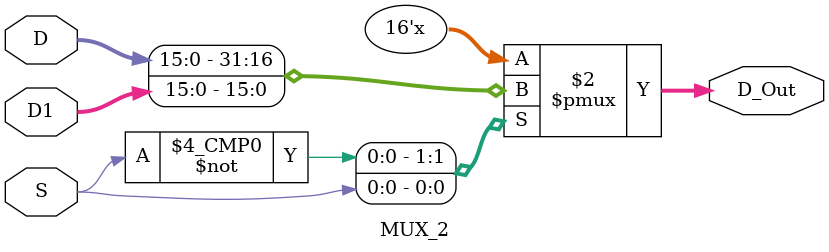
<source format=sv>
module MUX_2(input logic [15:0] D, D1,
					input logic S,
					output logic [15:0] D_Out);
					
					
			always_comb
			begin
				unique case(S)
					1'b0: D_Out = D;
					1'b1: D_Out = D1;
				endcase
			end
			
			
			
			
endmodule 
</source>
